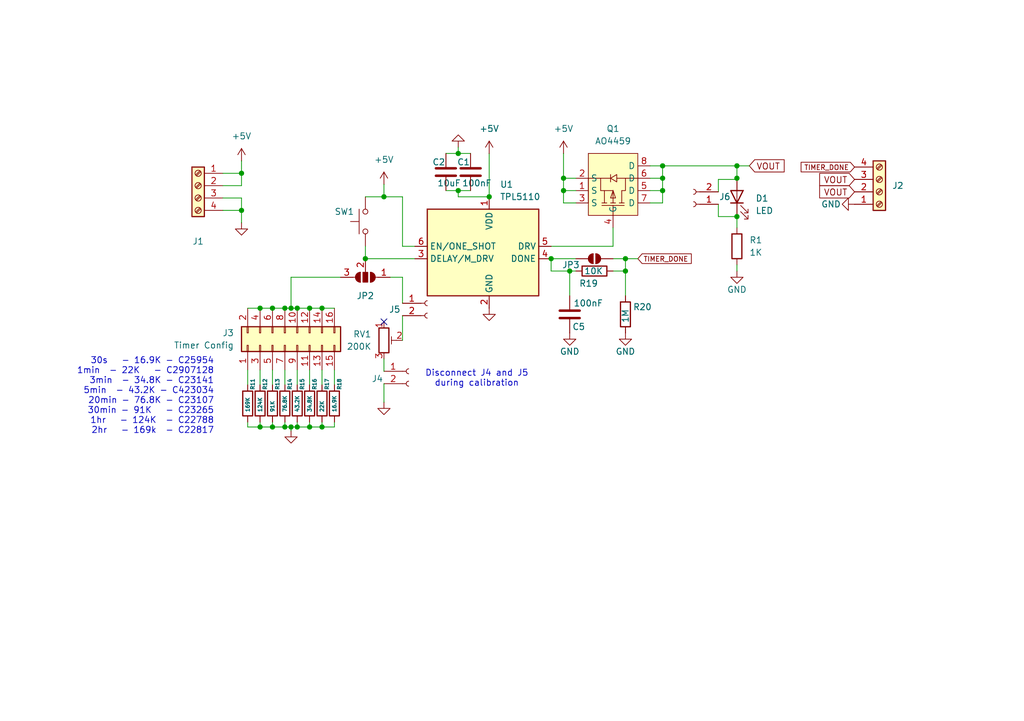
<source format=kicad_sch>
(kicad_sch (version 20231120) (generator "eeschema") (generator_version "8.0")
  (paper "A5")
  (lib_symbols
    (symbol "Connector:Conn_01x02_Socket" (pin_names (offset 1.016) hide)
      (property "Reference" "J" (at 0 2.54 0))
      (property "Value" "Conn_01x02_Socket" (at 0 -5.08 0))
      (symbol "Conn_01x02_Socket_1_1"
        (arc (start 0 -2.032) (mid -0.5058 -2.54) (end 0 -3.048) (stroke (width 0.1524)))
        (polyline (pts (xy -1.27 -2.54) (xy -0.508 -2.54)) (stroke (width 0.1524)))
        (polyline (pts (xy -1.27 0) (xy -0.508 0)) (stroke (width 0.1524)))
        (arc (start 0 0.508) (mid -0.5058 0) (end 0 -0.508) (stroke (width 0.1524)))
        (pin passive line (at -5.08 0 0) (length 3.81) (name "Pin_1") (number "1"))
        (pin passive line (at -5.08 -2.54 0) (length 3.81) (name "Pin_2") (number "2"))
      )
    )
    (symbol "Connector:Screw_Terminal_01x04" (pin_names (offset 1.016) hide)
      (property "Reference" "J" (at 0 5.08 0))
      (property "Value" "Screw_Terminal_01x04" (at 0 -7.62 0))
      (symbol "Screw_Terminal_01x04_1_1"
        (rectangle (start -1.27 3.81) (end 1.27 -6.35) (stroke (width 0.254)) (fill (type background)))
        (circle (center 0 -5.08) (radius 0.635) (stroke (width 0.1524)))
        (circle (center 0 -2.54) (radius 0.635) (stroke (width 0.1524)))
        (polyline (pts (xy -0.5334 -4.7498) (xy 0.3302 -5.588)) (stroke (width 0.1524)))
        (polyline (pts (xy -0.5334 -2.2098) (xy 0.3302 -3.048)) (stroke (width 0.1524)))
        (polyline (pts (xy -0.5334 0.3302) (xy 0.3302 -0.508)) (stroke (width 0.1524)))
        (polyline (pts (xy -0.5334 2.8702) (xy 0.3302 2.032)) (stroke (width 0.1524)))
        (polyline (pts (xy -0.3556 -4.572) (xy 0.508 -5.4102)) (stroke (width 0.1524)))
        (polyline (pts (xy -0.3556 -2.032) (xy 0.508 -2.8702)) (stroke (width 0.1524)))
        (polyline (pts (xy -0.3556 0.508) (xy 0.508 -0.3302)) (stroke (width 0.1524)))
        (polyline (pts (xy -0.3556 3.048) (xy 0.508 2.2098)) (stroke (width 0.1524)))
        (circle (center 0 0) (radius 0.635) (stroke (width 0.1524)))
        (circle (center 0 2.54) (radius 0.635) (stroke (width 0.1524)))
        (pin passive line (at -5.08 2.54 0) (length 3.81) (name "Pin_1") (number "1"))
        (pin passive line (at -5.08 0 0) (length 3.81) (name "Pin_2") (number "2"))
        (pin passive line (at -5.08 -2.54 0) (length 3.81) (name "Pin_3") (number "3"))
        (pin passive line (at -5.08 -5.08 0) (length 3.81) (name "Pin_4") (number "4"))
      )
    )
    (symbol "Connector_Generic:Conn_02x08_Odd_Even" (pin_names (offset 1.016) hide)
      (property "Reference" "J" (at 1.27 10.16 0))
      (property "Value" "Conn_02x08_Odd_Even" (at 1.27 -12.7 0))
      (symbol "Conn_02x08_Odd_Even_1_1"
        (rectangle (start -1.27 -10.033) (end 0 -10.287) (stroke (width 0.1524)))
        (rectangle (start -1.27 -7.493) (end 0 -7.747) (stroke (width 0.1524)))
        (rectangle (start -1.27 -4.953) (end 0 -5.207) (stroke (width 0.1524)))
        (rectangle (start -1.27 -2.413) (end 0 -2.667) (stroke (width 0.1524)))
        (rectangle (start -1.27 0.127) (end 0 -0.127) (stroke (width 0.1524)))
        (rectangle (start -1.27 2.667) (end 0 2.413) (stroke (width 0.1524)))
        (rectangle (start -1.27 5.207) (end 0 4.953) (stroke (width 0.1524)))
        (rectangle (start -1.27 7.747) (end 0 7.493) (stroke (width 0.1524)))
        (rectangle (start -1.27 8.89) (end 3.81 -11.43) (stroke (width 0.254)) (fill (type background)))
        (rectangle (start 3.81 -10.033) (end 2.54 -10.287) (stroke (width 0.1524)))
        (rectangle (start 3.81 -7.493) (end 2.54 -7.747) (stroke (width 0.1524)))
        (rectangle (start 3.81 -4.953) (end 2.54 -5.207) (stroke (width 0.1524)))
        (rectangle (start 3.81 -2.413) (end 2.54 -2.667) (stroke (width 0.1524)))
        (rectangle (start 3.81 0.127) (end 2.54 -0.127) (stroke (width 0.1524)))
        (rectangle (start 3.81 2.667) (end 2.54 2.413) (stroke (width 0.1524)))
        (rectangle (start 3.81 5.207) (end 2.54 4.953) (stroke (width 0.1524)))
        (rectangle (start 3.81 7.747) (end 2.54 7.493) (stroke (width 0.1524)))
        (pin passive line (at -5.08 7.62 0) (length 3.81) (name "Pin_1") (number "1"))
        (pin passive line (at 7.62 -2.54 180) (length 3.81) (name "Pin_10") (number "10"))
        (pin passive line (at -5.08 -5.08 0) (length 3.81) (name "Pin_11") (number "11"))
        (pin passive line (at 7.62 -5.08 180) (length 3.81) (name "Pin_12") (number "12"))
        (pin passive line (at -5.08 -7.62 0) (length 3.81) (name "Pin_13") (number "13"))
        (pin passive line (at 7.62 -7.62 180) (length 3.81) (name "Pin_14") (number "14"))
        (pin passive line (at -5.08 -10.16 0) (length 3.81) (name "Pin_15") (number "15"))
        (pin passive line (at 7.62 -10.16 180) (length 3.81) (name "Pin_16") (number "16"))
        (pin passive line (at 7.62 7.62 180) (length 3.81) (name "Pin_2") (number "2"))
        (pin passive line (at -5.08 5.08 0) (length 3.81) (name "Pin_3") (number "3"))
        (pin passive line (at 7.62 5.08 180) (length 3.81) (name "Pin_4") (number "4"))
        (pin passive line (at -5.08 2.54 0) (length 3.81) (name "Pin_5") (number "5"))
        (pin passive line (at 7.62 2.54 180) (length 3.81) (name "Pin_6") (number "6"))
        (pin passive line (at -5.08 0 0) (length 3.81) (name "Pin_7") (number "7"))
        (pin passive line (at 7.62 0 180) (length 3.81) (name "Pin_8") (number "8"))
        (pin passive line (at -5.08 -2.54 0) (length 3.81) (name "Pin_9") (number "9"))
      )
    )
    (symbol "Device:C" (pin_numbers hide) (pin_names (offset 0.254))
      (property "Reference" "C" (at 0.635 2.54 0))
      (property "Value" "C" (at 0.635 -2.54 0))
      (symbol "C_0_1"
        (polyline (pts (xy -2.032 -0.762) (xy 2.032 -0.762)) (stroke (width 0.508)))
        (polyline (pts (xy -2.032 0.762) (xy 2.032 0.762)) (stroke (width 0.508)))
      )
      (symbol "C_1_1"
        (pin passive line (at 0 3.81 270) (length 2.794) (name "~") (number "1"))
        (pin passive line (at 0 -3.81 90) (length 2.794) (name "~") (number "2"))
      )
    )
    (symbol "Device:LED" (pin_numbers hide) (pin_names (offset 1.016) hide)
      (property "Reference" "D" (at 0 2.54 0))
      (property "Value" "LED" (at 0 -2.54 0))
      (symbol "LED_0_1"
        (polyline (pts (xy -1.27 -1.27) (xy -1.27 1.27)) (stroke (width 0.254)))
        (polyline (pts (xy -1.27 0) (xy 1.27 0)))
        (polyline (pts (xy 1.27 -1.27) (xy 1.27 1.27) (xy -1.27 0) (xy 1.27 -1.27)) (stroke (width 0.254)))
        (polyline (pts (xy -3.048 -0.762) (xy -4.572 -2.286) (xy -3.81 -2.286) (xy -4.572 -2.286) (xy -4.572 -1.524)))
        (polyline (pts (xy -1.778 -0.762) (xy -3.302 -2.286) (xy -2.54 -2.286) (xy -3.302 -2.286) (xy -3.302 -1.524)))
      )
      (symbol "LED_1_1"
        (pin passive line (at -3.81 0 0) (length 2.54) (name "K") (number "1"))
        (pin passive line (at 3.81 0 180) (length 2.54) (name "A") (number "2"))
      )
    )
    (symbol "Device:R" (pin_numbers hide) (pin_names (offset 0))
      (property "Reference" "R" (at 2.032 0 90))
      (property "Value" "R" (at 0 0 90))
      (symbol "R_0_1"
        (rectangle (start -1.016 -2.54) (end 1.016 2.54) (stroke (width 0.254)))
      )
      (symbol "R_1_1"
        (pin passive line (at 0 3.81 270) (length 1.27) (name "~") (number "1"))
        (pin passive line (at 0 -3.81 90) (length 1.27) (name "~") (number "2"))
      )
    )
    (symbol "Device:R_Potentiometer_Trim" (pin_names (offset 1.016) hide)
      (property "Reference" "RV" (at -4.445 0 90))
      (property "Value" "R_Potentiometer_Trim" (at -2.54 0 90))
      (symbol "R_Potentiometer_Trim_0_1"
        (polyline (pts (xy 1.524 0.762) (xy 1.524 -0.762)))
        (polyline (pts (xy 2.54 0) (xy 1.524 0)))
        (rectangle (start 1.016 2.54) (end -1.016 -2.54) (stroke (width 0.254)))
      )
      (symbol "R_Potentiometer_Trim_1_1"
        (pin passive line (at 0 3.81 270) (length 1.27) (name "1") (number "1"))
        (pin passive line (at 3.81 0 180) (length 1.27) (name "2") (number "2"))
        (pin passive line (at 0 -3.81 90) (length 1.27) (name "3") (number "3"))
      )
    )
    (symbol "Jumper:SolderJumper_2_Open" (pin_numbers hide) (pin_names (offset 0) hide) (exclude_from_sim yes) (in_bom no)
      (property "Reference" "JP" (at 0 2.032 0))
      (property "Value" "SolderJumper_2_Open" (at 0 -2.54 0))
      (symbol "SolderJumper_2_Open_0_1"
        (arc (start -0.254 1.016) (mid -1.2656 0) (end -0.254 -1.016))
        (arc (start -0.254 1.016) (mid -1.2656 0) (end -0.254 -1.016) (fill (type outline)))
        (polyline (pts (xy -0.254 1.016) (xy -0.254 -1.016)))
        (polyline (pts (xy 0.254 1.016) (xy 0.254 -1.016)))
        (arc (start 0.254 -1.016) (mid 1.2656 0) (end 0.254 1.016))
        (arc (start 0.254 -1.016) (mid 1.2656 0) (end 0.254 1.016) (fill (type outline)))
      )
      (symbol "SolderJumper_2_Open_1_1"
        (pin passive line (at -3.81 0 0) (length 2.54) (name "A") (number "1"))
        (pin passive line (at 3.81 0 180) (length 2.54) (name "B") (number "2"))
      )
    )
    (symbol "Jumper:SolderJumper_3_Open" (pin_names (offset 0) hide) (exclude_from_sim yes) (in_bom no)
      (property "Reference" "JP" (at -2.54 -2.54 0))
      (property "Value" "SolderJumper_3_Open" (at 0 2.794 0))
      (symbol "SolderJumper_3_Open_0_1"
        (arc (start -1.016 1.016) (mid -2.0276 0) (end -1.016 -1.016))
        (arc (start -1.016 1.016) (mid -2.0276 0) (end -1.016 -1.016) (fill (type outline)))
        (rectangle (start -0.508 1.016) (end 0.508 -1.016) (fill (type outline)))
        (polyline (pts (xy -2.54 0) (xy -2.032 0)))
        (polyline (pts (xy -1.016 1.016) (xy -1.016 -1.016)))
        (polyline (pts (xy 0 -1.27) (xy 0 -1.016)))
        (polyline (pts (xy 1.016 1.016) (xy 1.016 -1.016)))
        (polyline (pts (xy 2.54 0) (xy 2.032 0)))
        (arc (start 1.016 -1.016) (mid 2.0276 0) (end 1.016 1.016))
        (arc (start 1.016 -1.016) (mid 2.0276 0) (end 1.016 1.016) (fill (type outline)))
      )
      (symbol "SolderJumper_3_Open_1_1"
        (pin passive line (at -5.08 0 0) (length 2.54) (name "A") (number "1"))
        (pin passive line (at 0 -3.81 90) (length 2.54) (name "C") (number "2"))
        (pin passive line (at 5.08 0 180) (length 2.54) (name "B") (number "3"))
      )
    )
    (symbol "Switch:SW_Push" (pin_numbers hide) (pin_names (offset 1.016) hide)
      (property "Reference" "SW" (at 1.27 2.54 0))
      (property "Value" "SW_Push" (at 0 -1.524 0))
      (symbol "SW_Push_0_1"
        (circle (center -2.032 0) (radius 0.508))
        (polyline (pts (xy 0 1.27) (xy 0 3.048)))
        (polyline (pts (xy 2.54 1.27) (xy -2.54 1.27)))
        (circle (center 2.032 0) (radius 0.508))
        (pin passive line (at -5.08 0 0) (length 2.54) (name "1") (number "1"))
        (pin passive line (at 5.08 0 180) (length 2.54) (name "2") (number "2"))
      )
    )
    (symbol "Timer:TPL5110"
      (property "Reference" "U" (at -10.16 8.89 0))
      (property "Value" "TPL5110" (at 6.35 8.89 0))
      (symbol "TPL5110_0_1"
        (rectangle (start -12.7 7.62) (end 10.16 -10.16) (stroke (width 0.254)) (fill (type background)))
      )
      (symbol "TPL5110_1_1"
        (pin power_in line (at 0 10.16 270) (length 2.54) (name "VDD") (number "1"))
        (pin power_in line (at 0 -12.7 90) (length 2.54) (name "GND") (number "2"))
        (pin input line (at -15.24 -2.54 0) (length 2.54) (name "DELAY/M_DRV") (number "3"))
        (pin input line (at 12.7 -2.54 180) (length 2.54) (name "DONE") (number "4"))
        (pin output line (at 12.7 0 180) (length 2.54) (name "DRV") (number "5"))
        (pin input line (at -15.24 0 0) (length 2.54) (name "EN/ONE_SHOT") (number "6"))
      )
    )
    (symbol "power:+5V" (power) (pin_numbers hide) (pin_names (offset 0) hide)
      (property "Value" "+5V" (at 0 3.556 0))
      (symbol "+5V_0_1"
        (polyline (pts (xy -0.762 1.27) (xy 0 2.54)))
        (polyline (pts (xy 0 0) (xy 0 2.54)))
        (polyline (pts (xy 0 2.54) (xy 0.762 1.27)))
      )
      (symbol "+5V_1_1"
        (pin power_in line (at 0 0 90) (length 0) (name "~") (number "1"))
      )
    )
    (symbol "power:GND" (power) (pin_numbers hide) (pin_names (offset 0) hide)
      (property "Value" "GND" (at 0 -3.81 0))
      (symbol "GND_0_1"
        (polyline (pts (xy 0 0) (xy 0 -1.27) (xy 1.27 -1.27) (xy 0 -2.54) (xy -1.27 -1.27) (xy 0 -1.27)))
      )
      (symbol "GND_1_1"
        (pin power_in line (at 0 0 270) (length 0) (name "~") (number "1"))
      )
    )
    (symbol "powergate:AO4459"
      (property "Reference" "Q" (at 0 12.7 0))
      (property "Value" "AO4459" (at 0 -12.7 0))
      (symbol "AO4459_0_1"
        (rectangle (start -5.08 5.08) (end 7.62 -5.08) (fill (type background)))
        (polyline (pts (xy -5.08 0) (xy -3.05 0)))
        (polyline (pts (xy -3.05 2.29) (xy -3.05 -2.29)))
        (polyline (pts (xy -2.54 -2.29) (xy -2.54 -1.27)))
        (polyline (pts (xy -2.54 -0.51) (xy -2.54 0.51)))
        (polyline (pts (xy -2.54 1.27) (xy -2.54 2.29)))
        (polyline (pts (xy 0 -1.78) (xy -2.54 -1.78)))
        (polyline (pts (xy 0 1.78) (xy -2.54 1.78)))
        (polyline (pts (xy 2.54 -5.08) (xy -2.54 -5.08)))
        (polyline (pts (xy 2.54 -5.08) (xy 2.54 -2.54)))
        (polyline (pts (xy 2.54 2.54) (xy 2.54 5.08)))
        (polyline (pts (xy 5.08 5.08) (xy -2.54 5.08)))
        (polyline (pts (xy -2.54 0) (xy 0 0) (xy 0 -2.54)))
        (polyline (pts (xy 0 -2.54) (xy 2.54 -2.54) (xy 2.54 -0.51)))
        (polyline (pts (xy 0 0) (xy -1.52 0.51) (xy -1.52 -0.51) (xy 0 0)) (fill (type background)))
        (polyline (pts (xy 0 1.78) (xy 0 2.54) (xy 2.54 2.54) (xy 2.54 0.76)))
        (polyline (pts (xy 2.54 -0.51) (xy 3.3 0.76) (xy 1.78 0.76) (xy 2.54 -0.51)) (fill (type background)))
        (polyline (pts (xy 3.3 -0.51) (xy 3.05 -0.51) (xy 2.03 -0.51) (xy 1.78 -0.51)))
        (pin unspecified line (at 0 -7.62 90) (length 2.54) (name "S") (number "1"))
        (pin unspecified line (at 2.54 -7.62 90) (length 2.54) (name "S") (number "2"))
        (pin unspecified line (at -2.54 -7.62 90) (length 2.54) (name "S") (number "3"))
        (pin unspecified line (at -7.62 0 0) (length 2.54) (name "G") (number "4"))
        (pin unspecified line (at 0 7.62 270) (length 2.54) (name "D") (number "5"))
        (pin unspecified line (at 2.54 7.62 270) (length 2.54) (name "D") (number "6"))
        (pin unspecified line (at -2.54 7.62 270) (length 2.54) (name "D") (number "7"))
        (pin unspecified line (at 5.08 7.62 270) (length 2.54) (name "D") (number "8"))
      )
    )
  )
  (junction (at 128.27 55.626))
  (junction (at 135.89 34.036))
  (junction (at 60.96 63.246))
  (junction (at 135.89 36.576))
  (junction (at 59.69 87.63))
  (junction (at 115.57 39.116))
  (junction (at 116.84 55.626))
  (junction (at 63.5 63.246))
  (junction (at 60.9587 87.63))
  (junction (at 66.04 63.246))
  (junction (at 53.34 87.63))
  (junction (at 63.5 87.63))
  (junction (at 66.04 87.63))
  (junction (at 78.74 40.386))
  (junction (at 100.33 40.386))
  (junction (at 128.27 53.086))
  (junction (at 49.53 35.56))
  (junction (at 59.69 63.246))
  (junction (at 93.98 39.116))
  (junction (at 151.13 44.45))
  (junction (at 151.13 36.576))
  (junction (at 93.98 31.496))
  (junction (at 55.88 87.63))
  (junction (at 74.93 53.086))
  (junction (at 58.42 87.63))
  (junction (at 53.34 63.246))
  (junction (at 113.03 53.086))
  (junction (at 115.57 36.576))
  (junction (at 49.53 43.18))
  (junction (at 135.89 39.116))
  (junction (at 151.13 34.036))
  (junction (at 55.88 63.246))
  (junction (at 58.42 63.246))
  (no_connect (at 78.74 66.04))
  (wire (pts (xy 85.09 53.086) (xy 74.93 53.086)))
  (wire (pts (xy 53.34 87.63) (xy 55.88 87.63)))
  (wire (pts (xy 128.27 53.086) (xy 128.27 55.626)))
  (wire (pts (xy 115.57 36.576) (xy 118.11 36.576)))
  (wire (pts (xy 50.8 63.246) (xy 53.34 63.246)))
  (wire (pts (xy 59.69 56.896) (xy 59.69 63.246)))
  (wire (pts (xy 78.74 40.386) (xy 82.55 40.386)))
  (wire (pts (xy 133.35 39.116) (xy 135.89 39.116)))
  (wire (pts (xy 113.03 55.626) (xy 113.03 53.086)))
  (wire (pts (xy 135.89 34.036) (xy 135.89 36.576)))
  (wire (pts (xy 68.58 78.994) (xy 68.58 75.946)))
  (wire (pts (xy 91.44 39.116) (xy 93.98 39.116)))
  (wire (pts (xy 113.03 53.086) (xy 118.11 53.086)))
  (wire (pts (xy 63.5 87.63) (xy 66.04 87.63)))
  (wire (pts (xy 60.96 63.246) (xy 63.5 63.246)))
  (wire (pts (xy 151.13 44.196) (xy 151.13 44.45)))
  (wire (pts (xy 74.93 40.386) (xy 78.74 40.386)))
  (wire (pts (xy 147.32 36.83) (xy 151.13 36.83)))
  (wire (pts (xy 59.69 87.63) (xy 59.69 88.392)))
  (wire (pts (xy 63.5 63.246) (xy 66.04 63.246)))
  (wire (pts (xy 50.8 86.614) (xy 50.8 87.63)))
  (wire (pts (xy 49.53 40.64) (xy 49.53 43.18)))
  (wire (pts (xy 147.32 44.45) (xy 151.13 44.45)))
  (wire (pts (xy 49.53 43.18) (xy 49.53 45.72)))
  (wire (pts (xy 125.73 55.626) (xy 128.27 55.626)))
  (wire (pts (xy 118.11 39.116) (xy 115.57 39.116)))
  (wire (pts (xy 91.44 31.496) (xy 93.98 31.496)))
  (wire (pts (xy 113.03 50.546) (xy 125.73 50.546)))
  (wire (pts (xy 78.74 73.66) (xy 78.74 76.2)))
  (wire (pts (xy 113.03 55.626) (xy 116.84 55.626)))
  (wire (pts (xy 45.72 40.64) (xy 49.53 40.64)))
  (wire (pts (xy 78.74 37.846) (xy 78.74 40.386)))
  (wire (pts (xy 93.98 39.116) (xy 96.52 39.116)))
  (wire (pts (xy 151.13 36.576) (xy 151.13 36.83)))
  (wire (pts (xy 55.88 87.63) (xy 58.42 87.63)))
  (wire (pts (xy 69.85 56.896) (xy 59.69 56.896)))
  (wire (pts (xy 66.04 78.994) (xy 66.04 75.946)))
  (wire (pts (xy 82.55 56.896) (xy 82.55 62.23)))
  (wire (pts (xy 63.5 78.994) (xy 63.5 75.946)))
  (wire (pts (xy 74.93 53.086) (xy 74.93 50.546)))
  (wire (pts (xy 115.57 41.656) (xy 115.57 39.116)))
  (wire (pts (xy 55.88 87.63) (xy 55.88 86.614)))
  (wire (pts (xy 49.53 38.1) (xy 49.53 35.56)))
  (wire (pts (xy 93.98 39.116) (xy 93.98 40.386)))
  (wire (pts (xy 100.33 31.496) (xy 100.33 40.386)))
  (wire (pts (xy 116.84 55.626) (xy 118.11 55.626)))
  (wire (pts (xy 151.13 34.036) (xy 153.67 34.036)))
  (wire (pts (xy 133.35 34.036) (xy 135.89 34.036)))
  (wire (pts (xy 60.9587 86.614) (xy 60.9587 87.63)))
  (wire (pts (xy 59.69 87.63) (xy 60.9587 87.63)))
  (wire (pts (xy 68.58 86.614) (xy 68.58 87.63)))
  (wire (pts (xy 125.73 53.086) (xy 128.27 53.086)))
  (wire (pts (xy 60.96 86.614) (xy 60.9587 86.614)))
  (wire (pts (xy 66.04 86.614) (xy 66.04 87.63)))
  (wire (pts (xy 135.89 39.116) (xy 135.89 41.656)))
  (wire (pts (xy 128.27 55.626) (xy 128.27 60.706)))
  (wire (pts (xy 53.34 63.246) (xy 55.88 63.246)))
  (wire (pts (xy 147.32 39.37) (xy 147.32 36.83)))
  (wire (pts (xy 118.11 41.656) (xy 115.57 41.656)))
  (wire (pts (xy 135.89 34.036) (xy 151.13 34.036)))
  (wire (pts (xy 55.88 63.246) (xy 58.42 63.246)))
  (wire (pts (xy 93.98 40.386) (xy 100.33 40.386)))
  (wire (pts (xy 53.34 86.614) (xy 53.34 87.63)))
  (wire (pts (xy 151.13 34.036) (xy 151.13 36.576)))
  (wire (pts (xy 60.9587 87.63) (xy 63.5 87.63)))
  (wire (pts (xy 58.42 87.63) (xy 59.69 87.63)))
  (wire (pts (xy 82.55 64.77) (xy 82.55 69.85)))
  (wire (pts (xy 115.57 31.496) (xy 115.57 36.576)))
  (wire (pts (xy 53.34 78.994) (xy 53.34 75.946)))
  (wire (pts (xy 60.96 78.994) (xy 60.96 75.946)))
  (wire (pts (xy 82.55 40.386) (xy 82.55 50.546)))
  (wire (pts (xy 115.57 39.116) (xy 115.57 36.576)))
  (wire (pts (xy 45.72 43.18) (xy 49.53 43.18)))
  (wire (pts (xy 50.8 78.994) (xy 50.8 75.946)))
  (wire (pts (xy 59.69 63.246) (xy 60.96 63.246)))
  (wire (pts (xy 55.88 78.994) (xy 55.88 75.946)))
  (wire (pts (xy 49.53 35.56) (xy 45.72 35.56)))
  (wire (pts (xy 58.42 78.994) (xy 58.42 75.946)))
  (wire (pts (xy 130.81 53.086) (xy 128.27 53.086)))
  (wire (pts (xy 82.55 50.546) (xy 85.09 50.546)))
  (wire (pts (xy 66.04 87.63) (xy 68.58 87.63)))
  (wire (pts (xy 49.53 33.02) (xy 49.53 35.56)))
  (wire (pts (xy 147.32 41.91) (xy 147.32 44.45)))
  (wire (pts (xy 80.01 56.896) (xy 82.55 56.896)))
  (wire (pts (xy 58.42 63.246) (xy 59.69 63.246)))
  (wire (pts (xy 63.5 86.614) (xy 63.5 87.63)))
  (wire (pts (xy 93.98 30.226) (xy 93.98 31.496)))
  (wire (pts (xy 151.13 44.45) (xy 151.13 46.736)))
  (wire (pts (xy 151.13 55.626) (xy 151.13 54.356)))
  (wire (pts (xy 93.98 31.496) (xy 96.52 31.496)))
  (wire (pts (xy 45.72 38.1) (xy 49.53 38.1)))
  (wire (pts (xy 66.04 63.246) (xy 68.58 63.246)))
  (wire (pts (xy 78.74 82.55) (xy 78.74 78.74)))
  (wire (pts (xy 116.84 55.626) (xy 116.84 60.706)))
  (wire (pts (xy 125.73 50.546) (xy 125.73 46.736)))
  (wire (pts (xy 135.89 41.656) (xy 133.35 41.656)))
  (wire (pts (xy 50.8 87.63) (xy 53.34 87.63)))
  (wire (pts (xy 135.89 36.576) (xy 135.89 39.116)))
  (wire (pts (xy 133.35 36.576) (xy 135.89 36.576)))
  (wire (pts (xy 58.42 86.614) (xy 58.42 87.63)))
  (text "30s   - 16.9K - C25954\n1min  - 22K   - C2907128\n3min  - 34.8K - C23141\n5min  - 43.2K - C423034\n20min - 76.8K - C23107\n30min - 91K   - C23265\n1hr   - 124K  - C22788\n2hr   - 169k  - C22817\n" (at 43.942 81.28 0) (effects (font (size 1.27 1.27)) (justify right)))
  (text "Disconnect J4 and J5\nduring calibration" (at 97.79 77.724 0) (effects (font (size 1.27 1.27))))
  (global_label "VOUT" (shape input) (at 153.67 34.036 0) (property "Intersheetrefs" "${INTERSHEET_REFS}" (effects (hide yes))))
  (global_label "TIMER_DONE" (shape input) (at 175.26 34.29 180) (effects (font (size 1 1))) (property "Intersheetrefs" "${INTERSHEET_REFS}" (effects (hide yes))))
  (global_label "TIMER_DONE" (shape input) (at 130.81 53.086 0) (effects (font (size 1 1))) (property "Intersheetrefs" "${INTERSHEET_REFS}" (effects (hide yes))))
  (global_label "VOUT" (shape input) (at 175.26 39.37 180) (property "Intersheetrefs" "${INTERSHEET_REFS}" (effects (hide yes))))
  (global_label "VOUT" (shape input) (at 175.26 36.83 180) (property "Intersheetrefs" "${INTERSHEET_REFS}" (effects (hide yes))))
  (symbol (lib_id "Connector:Screw_Terminal_01x04") (at 180.34 39.37 0) (mirror x) (unit 1)
    (property "Reference" "J2" (at 184.15 38.1 0))
    (property "Value" "Screw_Terminal_01x04" (effects (hide yes)))
    (property "Footprint" "TerminalBlock_Phoenix:TerminalBlock_Phoenix_MKDS-1,5-4-5.08_1x04_P5.08mm_Horizontal" (effects (hide yes)))
    (property "Description" "Generic screw terminal, single row, 01x04, script generated (kicad-library-utils/schlib/autogen/connector/)" (effects (hide yes)))
    (property "Order Link" "https://shopee.ph/5Pair-KF2EDG-5.08-2EDG-PCB-2Pin-3Pin-4Pin-5Pin-5Pin-Terminal-Connector-Plug-Socket-i.720292301.15891267239?sp_atk=3f86fdc9-076b-43c4-8635-7657bec97dfc&xptdk=3f86fdc9-076b-43c4-8635-7657bec97dfc" (effects (hide yes)))
    (property "Order Status" "Cart" (effects (hide yes)))
  )
  (symbol (lib_id "power:GND") (at 151.13 55.626 0) (unit 1)
    (property "Reference" "#PWR09" (effects (hide yes)))
    (property "Value" "GND" (at 151.13 59.436 0))
    (property "Description" "Power symbol creates a global label with name \"GND\" , ground" (effects (hide yes)))
  )
  (symbol (lib_id "Device:R") (at 60.96 82.804 0) (unit 1)
    (property "Reference" "R15" (at 61.976 80.01 90) (effects (font (size 0.762 0.762)) (justify left)))
    (property "Value" "43.2K" (at 60.96 84.582 90) (effects (font (size 0.762 0.762)) (justify left)))
    (property "Footprint" "Resistor_SMD:R_0805_2012Metric_Pad1.20x1.40mm_HandSolder" (effects (hide yes)))
    (property "LCSC" "C423034" (effects (hide yes)))
    (property "Order Status" "Ordered" (effects (hide yes)))
    (property "Order Link" "https://shopee.ph/4250PCS-8500PCS-8850PCS-0201-0402-0603-0805-1206-Resistor-Sample-Book-ibuw-5-SMD-Assorted-Kit-10K-100K-1K-1R-100R-220R-i.787462331.17472815647" (effects (hide yes)))
  )
  (symbol (lib_id "power:+5V") (at 78.74 37.846 0) (unit 1)
    (property "Reference" "#PWR07" (effects (hide yes)))
    (property "Value" "+5V" (at 78.74 32.766 0))
    (property "Description" "Power symbol creates a global label with name \"+5V\"" (effects (hide yes)))
  )
  (symbol (lib_id "power:+5V") (at 100.33 31.496 0) (unit 1)
    (property "Reference" "#PWR04" (effects (hide yes)))
    (property "Value" "+5V" (at 100.33 26.416 0))
    (property "Description" "Power symbol creates a global label with name \"+5V\"" (effects (hide yes)))
  )
  (symbol (lib_id "Connector:Conn_01x02_Socket") (at 83.82 76.2 0) (unit 1)
    (property "Reference" "J4" (at 76.2 77.724 0) (effects (justify left)))
    (property "Value" "Conn_01x02_Socket" (effects (hide yes)))
    (property "Footprint" "Connector_PinHeader_2.54mm:PinHeader_1x02_P2.54mm_Vertical" (effects (hide yes)))
    (property "Description" "Generic connector, single row, 01x02, script generated" (effects (hide yes)))
    (property "Order Link" "N/A" (effects (hide yes)))
    (property "Order Status" "On Hand" (effects (hide yes)))
  )
  (symbol (lib_id "power:GND") (at 49.53 45.72 0) (unit 1)
    (property "Reference" "#PWR03" (effects (hide yes)))
    (property "Value" "GND" (effects (hide yes)))
    (property "Description" "Power symbol creates a global label with name \"GND\" , ground" (effects (hide yes)))
  )
  (symbol (lib_id "power:+5V") (at 115.57 31.496 0) (unit 1)
    (property "Reference" "#PWR01" (effects (hide yes)))
    (property "Value" "+5V" (at 115.57 26.416 0))
    (property "Description" "Power symbol creates a global label with name \"+5V\"" (effects (hide yes)))
  )
  (symbol (lib_id "Device:R") (at 58.42 82.804 0) (unit 1)
    (property "Reference" "R14" (at 59.436 80.01 90) (effects (font (size 0.762 0.762)) (justify left)))
    (property "Value" "76.8K" (at 58.42 84.582 90) (effects (font (size 0.762 0.762)) (justify left)))
    (property "Footprint" "Resistor_SMD:R_0805_2012Metric_Pad1.20x1.40mm_HandSolder" (effects (hide yes)))
    (property "LCSC" "C23107" (effects (hide yes)))
    (property "Order Status" "Ordered" (effects (hide yes)))
    (property "Order Link" "https://shopee.ph/4250PCS-8500PCS-8850PCS-0201-0402-0603-0805-1206-Resistor-Sample-Book-ibuw-5-SMD-Assorted-Kit-10K-100K-1K-1R-100R-220R-i.787462331.17472815647" (effects (hide yes)))
  )
  (symbol (lib_id "Connector:Screw_Terminal_01x04") (at 40.64 38.1 0) (mirror y) (unit 1)
    (property "Reference" "J1" (at 40.64 49.53 0))
    (property "Value" "Screw_Terminal_01x04" (effects (hide yes)))
    (property "Footprint" "TerminalBlock_Phoenix:TerminalBlock_Phoenix_MKDS-1,5-4-5.08_1x04_P5.08mm_Horizontal" (effects (hide yes)))
    (property "Description" "Generic screw terminal, single row, 01x04, script generated (kicad-library-utils/schlib/autogen/connector/)" (effects (hide yes)))
    (property "Order Link" "https://shopee.ph/5Pair-KF2EDG-5.08-2EDG-PCB-2Pin-3Pin-4Pin-5Pin-5Pin-Terminal-Connector-Plug-Socket-i.720292301.15891267239?sp_atk=3f86fdc9-076b-43c4-8635-7657bec97dfc&xptdk=3f86fdc9-076b-43c4-8635-7657bec97dfc" (effects (hide yes)))
    (property "Order Status" "Cart" (effects (hide yes)))
  )
  (symbol (lib_id "Device:R") (at 68.58 82.804 0) (unit 1)
    (property "Reference" "R18" (at 69.596 80.01 90) (effects (font (size 0.762 0.762)) (justify left)))
    (property "Value" "16.9K" (at 68.58 84.582 90) (effects (font (size 0.762 0.762)) (justify left)))
    (property "Footprint" "Resistor_SMD:R_0805_2012Metric_Pad1.20x1.40mm_HandSolder" (effects (hide yes)))
    (property "LCSC" "C25954" (effects (hide yes)))
    (property "Order Status" "Ordered" (effects (hide yes)))
    (property "Order Link" "https://shopee.ph/4250PCS-8500PCS-8850PCS-0201-0402-0603-0805-1206-Resistor-Sample-Book-ibuw-5-SMD-Assorted-Kit-10K-100K-1K-1R-100R-220R-i.787462331.17472815647" (effects (hide yes)))
  )
  (symbol (lib_id "Connector_Generic:Conn_02x08_Odd_Even") (at 58.42 70.866 90) (unit 1)
    (property "Reference" "J3" (at 48.006 68.3259 90) (effects (justify left)))
    (property "Value" "Timer Config" (at 48.006 70.8659 90) (effects (justify left)))
    (property "Footprint" "Connector_PinHeader_2.54mm:PinHeader_2x08_P2.54mm_Vertical" (effects (hide yes)))
    (property "Description" "Generic connector, double row, 02x08, odd/even pin numbering scheme (row 1 odd numbers, row 2 even numbers), script generated (kicad-library-utils/schlib/autogen/connector/)" (effects (hide yes)))
    (property "Order Status" "On Hand" (effects (hide yes)))
    (property "Order Link" "N/A" (effects (hide yes)))
  )
  (symbol (lib_id "Device:R") (at 151.13 50.546 0) (unit 1)
    (property "Reference" "R1" (at 153.67 49.2759 0) (effects (justify left)))
    (property "Value" "1K" (at 153.67 51.8159 0) (effects (justify left)))
    (property "Footprint" "Resistor_SMD:R_0603_1608Metric_Pad0.98x0.95mm_HandSolder" (effects (hide yes)))
    (property "Description" "Resistor" (effects (hide yes)))
    (property "Order Link" "https://shopee.ph/100pcs-0603-SMD-1-8W-chip-resistor-resistors-0-ohm-~-10M-0R-1K-4.7K-4K7-10K-100K-1-10-100-220-330-ohm-0R-1R-10R-100R-220R-330R-electronic-component-i.1274879578.26101945401?sp_atk=a238357b-041a-4ed0-b33c-ff60b12244f9&xptdk=a238357b-041a-4ed0-b33c-ff60b12244f9" (effects (hide yes)))
    (property "Order Status" "Ordered" (effects (hide yes)))
  )
  (symbol (lib_id "Device:R") (at 55.88 82.804 0) (unit 1)
    (property "Reference" "R13" (at 56.896 80.01 90) (effects (font (size 0.762 0.762)) (justify left)))
    (property "Value" "91K" (at 55.88 84.582 90) (effects (font (size 0.762 0.762)) (justify left)))
    (property "Footprint" "Resistor_SMD:R_0805_2012Metric_Pad1.20x1.40mm_HandSolder" (effects (hide yes)))
    (property "LCSC" "C23265" (effects (hide yes)))
    (property "Order Status" "Ordered" (effects (hide yes)))
    (property "Order Link" "https://shopee.ph/4250PCS-8500PCS-8850PCS-0201-0402-0603-0805-1206-Resistor-Sample-Book-ibuw-5-SMD-Assorted-Kit-10K-100K-1K-1R-100R-220R-i.787462331.17472815647" (effects (hide yes)))
  )
  (symbol (lib_id "Device:C") (at 91.44 35.306 0) (mirror y) (unit 1)
    (property "Reference" "C2" (at 88.646 33.274 0) (effects (justify right)))
    (property "Value" "10uF" (at 89.662 37.592 0) (effects (justify right)))
    (property "Footprint" "Capacitor_SMD:C_0805_2012Metric_Pad1.18x1.45mm_HandSolder" (effects (hide yes)))
    (property "Description" "Unpolarized capacitor" (effects (hide yes)))
    (property "Order Link" "https://shopee.ph/500pcs-0805-Chip-Capacitors-SMD-22P-100P-102K1NF-103K-10NF-104K-0.1UF-i.1172373435.24160699467?sp_atk=628b2bb1-ae8b-4207-8fc9-beb5da2c166c&xptdk=628b2bb1-ae8b-4207-8fc9-beb5da2c166c" (effects (hide yes)))
    (property "Order Status" "Ordered" (effects (hide yes)))
  )
  (symbol (lib_id "power:GND") (at 78.74 82.55 0) (unit 1)
    (property "Reference" "#PWR020" (effects (hide yes)))
    (property "Value" "GND" (effects (hide yes)))
    (property "Description" "Power symbol creates a global label with name \"GND\" , ground" (effects (hide yes)))
  )
  (symbol (lib_id "Timer:TPL5110") (at 100.33 50.546 0) (unit 1)
    (property "Reference" "U1" (at 102.5241 37.846 0) (effects (justify left)))
    (property "Value" "TPL5110" (at 102.5241 40.386 0) (effects (justify left)))
    (property "Footprint" "Package_TO_SOT_SMD:SOT-23-6" (effects (hide yes)))
    (property "Datasheet" "http://www.ti.com/lit/ds/symlink/tpl5110.pdf" (effects (hide yes)))
    (property "Description" "Timer, Nano Power, Active-Low, 35 nA, 100 ms to 7200 s, VDD 1.8V to 5.5V, Iout max 1mA, SOT-23-6" (effects (hide yes)))
    (property "Order Link" "Digikey" (effects (hide yes)))
  )
  (symbol (lib_id "Device:C") (at 116.84 64.516 0) (unit 1)
    (property "Reference" "C5" (at 117.348 67.056 0) (effects (justify left)))
    (property "Value" "100nF" (at 117.602 62.23 0) (effects (justify left)))
    (property "Footprint" "Capacitor_SMD:C_0805_2012Metric_Pad1.18x1.45mm_HandSolder" (effects (hide yes)))
    (property "LCSC" " C60474" (effects (hide yes)))
    (property "Order Status" "Ordered" (effects (hide yes)))
    (property "Order Link" "https://shopee.ph/500pcs-0805-Chip-Capacitors-SMD-22P-100P-102K1NF-103K-10NF-104K-0.1UF-i.1172373435.24160699467?sp_atk=628b2bb1-ae8b-4207-8fc9-beb5da2c166c&xptdk=628b2bb1-ae8b-4207-8fc9-beb5da2c166c" (effects (hide yes)))
  )
  (symbol (lib_id "Device:R") (at 53.34 82.804 0) (unit 1)
    (property "Reference" "R12" (at 54.356 80.01 90) (effects (font (size 0.762 0.762)) (justify left)))
    (property "Value" "124K" (at 53.34 84.582 90) (effects (font (size 0.762 0.762)) (justify left)))
    (property "Footprint" "Resistor_SMD:R_0805_2012Metric_Pad1.20x1.40mm_HandSolder" (effects (hide yes)))
    (property "LCSC" "C22788" (effects (hide yes)))
    (property "Order Status" "Ordered" (effects (hide yes)))
    (property "Order Link" "https://shopee.ph/4250PCS-8500PCS-8850PCS-0201-0402-0603-0805-1206-Resistor-Sample-Book-ibuw-5-SMD-Assorted-Kit-10K-100K-1K-1R-100R-220R-i.787462331.17472815647" (effects (hide yes)))
  )
  (symbol (lib_id "Device:R") (at 50.8 82.804 0) (unit 1)
    (property "Reference" "R11" (at 51.816 80.01 90) (effects (font (size 0.762 0.762)) (justify left)))
    (property "Value" "169K" (at 50.8 84.582 90) (effects (font (size 0.762 0.762)) (justify left)))
    (property "Footprint" "Resistor_SMD:R_0805_2012Metric_Pad1.20x1.40mm_HandSolder" (effects (hide yes)))
    (property "LCSC" "C22817" (effects (hide yes)))
    (property "Order Status" "Ordered" (effects (hide yes)))
    (property "Order Link" "https://shopee.ph/4250PCS-8500PCS-8850PCS-0201-0402-0603-0805-1206-Resistor-Sample-Book-ibuw-5-SMD-Assorted-Kit-10K-100K-1K-1R-100R-220R-i.787462331.17472815647" (effects (hide yes)))
  )
  (symbol (lib_id "Device:C") (at 96.52 35.306 0) (mirror y) (unit 1)
    (property "Reference" "C1" (at 93.726 33.274 0) (effects (justify right)))
    (property "Value" "100nF" (at 94.742 37.592 0) (effects (justify right)))
    (property "Footprint" "Capacitor_SMD:C_0805_2012Metric_Pad1.18x1.45mm_HandSolder" (effects (hide yes)))
    (property "Description" "Unpolarized capacitor" (effects (hide yes)))
    (property "Order Link" "https://shopee.ph/500pcs-0805-Chip-Capacitors-SMD-22P-100P-102K1NF-103K-10NF-104K-0.1UF-i.1172373435.24160699467?sp_atk=628b2bb1-ae8b-4207-8fc9-beb5da2c166c&xptdk=628b2bb1-ae8b-4207-8fc9-beb5da2c166c" (effects (hide yes)))
    (property "Order Status" "Ordered" (effects (hide yes)))
  )
  (symbol (lib_id "Device:R") (at 66.04 82.804 0) (unit 1)
    (property "Reference" "R17" (at 67.056 80.01 90) (effects (font (size 0.762 0.762)) (justify left)))
    (property "Value" "22K" (at 66.04 84.582 90) (effects (font (size 0.762 0.762)) (justify left)))
    (property "Footprint" "Resistor_SMD:R_0805_2012Metric_Pad1.20x1.40mm_HandSolder" (effects (hide yes)))
    (property "LCSC" "C2907128" (effects (hide yes)))
    (property "Order Status" "Ordered" (effects (hide yes)))
    (property "Order Link" "https://shopee.ph/4250PCS-8500PCS-8850PCS-0201-0402-0603-0805-1206-Resistor-Sample-Book-ibuw-5-SMD-Assorted-Kit-10K-100K-1K-1R-100R-220R-i.787462331.17472815647" (effects (hide yes)))
  )
  (symbol (lib_id "Jumper:SolderJumper_3_Open") (at 74.93 56.896 180) (unit 1) (exclude_from_sim yes) (in_bom no)
    (property "Reference" "JP2" (at 74.93 60.706 0))
    (property "Value" "SolderJumper_3_Open" (effects (hide yes)))
    (property "Footprint" "Jumper:SolderJumper-3_P1.3mm_Open_Pad1.0x1.5mm" (effects (hide yes)))
    (property "Description" "Solder Jumper, 3-pole, open" (effects (hide yes)))
    (property "Order Status" "On Hand" (effects (hide yes)))
    (property "Order Link" "N/A" (effects (hide yes)))
  )
  (symbol (lib_id "Connector:Conn_01x02_Socket") (at 142.24 41.91 180) (unit 1)
    (property "Reference" "J6" (at 149.86 40.386 0) (effects (justify left)))
    (property "Value" "Conn_01x02_Socket" (effects (hide yes)))
    (property "Footprint" "Connector_PinHeader_2.54mm:PinHeader_1x02_P2.54mm_Vertical" (effects (hide yes)))
    (property "Description" "Generic connector, single row, 01x02, script generated" (effects (hide yes)))
    (property "Order Link" "N/A" (effects (hide yes)))
    (property "Order Status" "On Hand" (effects (hide yes)))
  )
  (symbol (lib_id "Device:R") (at 63.5 82.804 0) (unit 1)
    (property "Reference" "R16" (at 64.516 80.01 90) (effects (font (size 0.762 0.762)) (justify left)))
    (property "Value" "34.8K" (at 63.5 84.582 90) (effects (font (size 0.762 0.762)) (justify left)))
    (property "Footprint" "Resistor_SMD:R_0805_2012Metric_Pad1.20x1.40mm_HandSolder" (effects (hide yes)))
    (property "LCSC" "C23141" (effects (hide yes)))
    (property "Order Status" "Ordered" (effects (hide yes)))
    (property "Order Link" "https://shopee.ph/4250PCS-8500PCS-8850PCS-0201-0402-0603-0805-1206-Resistor-Sample-Book-ibuw-5-SMD-Assorted-Kit-10K-100K-1K-1R-100R-220R-i.787462331.17472815647" (effects (hide yes)))
  )
  (symbol (lib_id "power:GND") (at 116.84 68.326 0) (unit 1)
    (property "Reference" "#PWR021" (effects (hide yes)))
    (property "Value" "GND" (at 116.84 72.136 0))
    (property "Description" "Power symbol creates a global label with name \"GND\" , ground" (effects (hide yes)))
  )
  (symbol (lib_id "power:GND") (at 128.27 68.326 0) (unit 1)
    (property "Reference" "#PWR022" (effects (hide yes)))
    (property "Value" "GND" (at 128.27 72.136 0))
    (property "Description" "Power symbol creates a global label with name \"GND\" , ground" (effects (hide yes)))
  )
  (symbol (lib_id "Connector:Conn_01x02_Socket") (at 87.63 62.23 0) (unit 1)
    (property "Reference" "J5" (at 79.756 63.5 0) (effects (justify left)))
    (property "Value" "Conn_01x02_Socket" (effects (hide yes)))
    (property "Footprint" "Connector_PinHeader_2.54mm:PinHeader_1x02_P2.54mm_Vertical" (effects (hide yes)))
    (property "Description" "Generic connector, single row, 01x02, script generated" (effects (hide yes)))
    (property "Order Link" "N/A" (effects (hide yes)))
    (property "Order Status" "On Hand" (effects (hide yes)))
  )
  (symbol (lib_id "Device:R") (at 128.27 64.516 0) (unit 1)
    (property "Reference" "R20" (at 129.794 62.992 0) (effects (justify left)))
    (property "Value" "1M" (at 128.27 66.294 90) (effects (justify left)))
    (property "Footprint" "Resistor_SMD:R_0805_2012Metric_Pad1.20x1.40mm_HandSolder" (effects (hide yes)))
    (property "LCSC" "C105578" (effects (hide yes)))
    (property "Order Status" "Ordered" (effects (hide yes)))
    (property "Order Link" "https://shopee.ph/4250PCS-8500PCS-8850PCS-0201-0402-0603-0805-1206-Resistor-Sample-Book-ibuw-5-SMD-Assorted-Kit-10K-100K-1K-1R-100R-220R-i.787462331.17472815647" (effects (hide yes)))
  )
  (symbol (lib_id "power:GND") (at 100.33 63.246 0) (unit 1)
    (property "Reference" "#PWR05" (effects (hide yes)))
    (property "Value" "GND" (effects (hide yes)))
    (property "Description" "Power symbol creates a global label with name \"GND\" , ground" (effects (hide yes)))
  )
  (symbol (lib_id "Device:R_Potentiometer_Trim") (at 78.74 69.85 0) (unit 1)
    (property "Reference" "RV1" (at 76.2 68.5799 0) (effects (justify right)))
    (property "Value" "200K" (at 76.2 71.1199 0) (effects (justify right)))
    (property "Footprint" "Potentiometer_THT:Potentiometer_Bourns_3296W_Vertical" (effects (hide yes)))
    (property "Description" "Trim-potentiometer" (effects (hide yes)))
    (property "Order Link" "https://shopee.ph/10pcs-3296W-1k-2k-5k-10k-20k-50k-100k-200k-500k-1M-1ohm-Trim-Pot-Trimmer-Potentiometer-Type-For-Ar-i.414027162.9936187373?sp_atk=f11da346-2c84-4413-aeae-1e9c3d4f7135&xptdk=f11da346-2c84-4413-aeae-1e9c3d4f7135" (effects (hide yes)))
    (property "Order Status" "Cart" (effects (hide yes)))
  )
  (symbol (lib_id "power:+5V") (at 49.53 33.02 0) (unit 1)
    (property "Reference" "#PWR02" (effects (hide yes)))
    (property "Value" "+5V" (at 49.53 27.94 0))
    (property "Description" "Power symbol creates a global label with name \"+5V\"" (effects (hide yes)))
  )
  (symbol (lib_id "Device:R") (at 121.92 55.626 90) (unit 1)
    (property "Reference" "R19" (at 122.682 58.166 90) (effects (justify left)))
    (property "Value" "10K" (at 123.698 55.626 90) (effects (justify left)))
    (property "Footprint" "Resistor_SMD:R_0603_1608Metric_Pad0.98x0.95mm_HandSolder" (effects (hide yes)))
    (property "LCSC" "C105578" (effects (hide yes)))
    (property "Order Status" "Ordered" (effects (hide yes)))
    (property "Order Link" "https://shopee.ph/100pcs-0603-SMD-1-8W-chip-resistor-resistors-0-ohm-~-10M-0R-1K-4.7K-4K7-10K-100K-1-10-100-220-330-ohm-0R-1R-10R-100R-220R-330R-electronic-component-i.1274879578.26101945401" (effects (hide yes)))
  )
  (symbol (lib_id "powergate:AO4459") (at 125.73 39.116 270) (mirror x) (unit 1)
    (property "Reference" "Q1" (at 125.73 26.416 90))
    (property "Value" "AO4459" (at 125.73 28.956 90))
    (property "Footprint" "powergate:SOP-8_L5.0-W4.0-P1.27-LS6.2-BL" (effects (hide yes)))
    (property "Datasheet" "https://lcsc.com/product-detail/MOSFET_AOS_AO4459_AO4459_C49047.html" (effects (hide yes)))
    (property "LCSC Part" "C49047" (effects (hide yes)))
    (property "Order Link" "https://shopee.ph/10pcs-AO4409-4409-SOP-8-AO4435-AO4304-AO4405-AO4406-AO4407-AO4410-AO4423-AO4433-AO4455-AO4456-AO4466-AO4468-AO4354-AO4421-AO4459-electronic-component-i.1274879578.28051959932?sp_atk=68b253b4-f41b-4e42-9f05-d4df128a7537&xptdk=68b253b4-f41b-4e42-9f05-d4df128a7537" (effects (hide yes)))
    (property "Order Status" "Cart" (effects (hide yes)))
  )
  (symbol (lib_id "power:GND") (at 175.26 41.91 270) (unit 1)
    (property "Reference" "#PWR08" (effects (hide yes)))
    (property "Value" "GND" (at 170.434 41.91 90))
    (property "Description" "Power symbol creates a global label with name \"GND\" , ground" (effects (hide yes)))
  )
  (symbol (lib_id "Device:LED") (at 151.13 40.386 90) (unit 1)
    (property "Reference" "D1" (at 154.94 40.7034 90) (effects (justify right)))
    (property "Value" "LED" (at 154.94 43.2434 90) (effects (justify right)))
    (property "Footprint" "LED_SMD:LED_0805_2012Metric_Pad1.15x1.40mm_HandSolder" (effects (hide yes)))
    (property "Description" "Light emitting diode" (effects (hide yes)))
    (property "Order Link" "https://shopee.ph/SMD-0805-1206-Led-Set-Kit-5-Colors-X20pcs-100pcs-Red-Green-Blue-Yellow-White-LED-Light-Diode-Free-Shipping!-KIT-i.487295469.12008658147?sp_atk=bddc83f1-a0ad-45bc-9eeb-fab376d6480c&xptdk=bddc83f1-a0ad-45bc-9eeb-fab376d6480c" (effects (hide yes)))
    (property "Order Status" "Ordered" (effects (hide yes)))
  )
  (symbol (lib_id "Jumper:SolderJumper_2_Open") (at 121.92 53.086 0) (unit 1) (exclude_from_sim yes) (in_bom no)
    (property "Reference" "JP3" (at 117.094 54.356 0))
    (property "Value" "SolderJumper_2_Open" (effects (hide yes)))
    (property "Footprint" "Jumper:SolderJumper-2_P1.3mm_Open_Pad1.0x1.5mm" (effects (hide yes)))
    (property "Description" "Solder Jumper, 2-pole, open" (effects (hide yes)))
    (property "Order Link" "N/A" (effects (hide yes)))
    (property "Order Status" "On Hand" (effects (hide yes)))
  )
  (symbol (lib_id "power:GND") (at 59.69 88.392 0) (unit 1)
    (property "Reference" "#PWR019" (effects (hide yes)))
    (property "Value" "GND" (effects (hide yes)))
    (property "Description" "Power symbol creates a global label with name \"GND\" , ground" (effects (hide yes)))
  )
  (symbol (lib_id "Switch:SW_Push") (at 74.93 45.466 90) (unit 1)
    (property "Reference" "SW1" (at 68.58 43.434 90) (effects (justify right)))
    (property "Value" "SW_Push" (effects (hide yes)))
    (property "Footprint" "Connector_PinHeader_2.54mm:PinHeader_1x02_P2.54mm_Vertical" (effects (hide yes)))
    (property "Description" "Push button switch, generic, two pins" (effects (hide yes)))
    (property "Order Link" "https://shopee.ph/12mm-Push-Button-Switch-PBS-11B-PBS-33B-Waterproof-Small-Car-Circuit-Wire-Speaker-Electrical-Mini-Boat-Shape-Round-Line-i.487295469.12135558603?sp_atk=e8cc69f7-5c1e-4d54-9d8e-573c6500fe93&xptdk=e8cc69f7-5c1e-4d54-9d8e-573c6500fe93" (effects (hide yes)))
    (property "Order Status" "Cart" (effects (hide yes)))
  )
  (symbol (lib_id "power:GND") (at 93.98 30.226 180) (unit 1)
    (property "Reference" "#PWR06" (effects (hide yes)))
    (property "Value" "GND" (effects (hide yes)))
    (property "Description" "Power symbol creates a global label with name \"GND\" , ground" (effects (hide yes)))
  )
)
</source>
